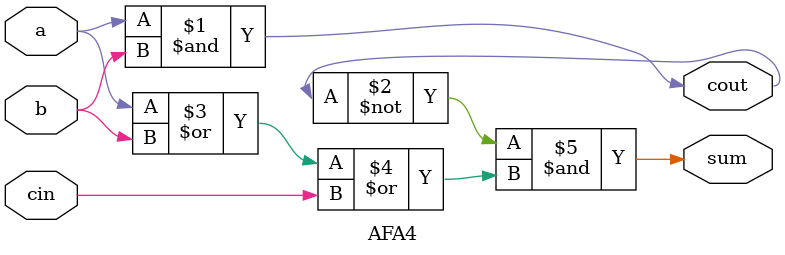
<source format=v>
module AFA4(
    // error when input '101' or '011' or '111'
    input  wire a,
    input  wire b,
    input  wire cin,
    output wire cout,
    output wire sum
);
    
    assign cout = a & b;
    assign sum = ~cout & (a | b | cin);

endmodule

</source>
